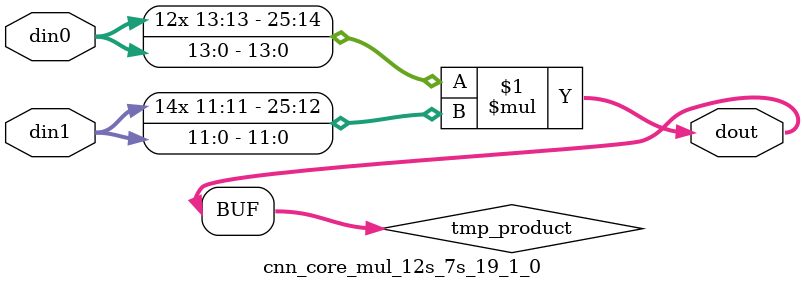
<source format=v>

`timescale 1 ns / 1 ps

  module cnn_core_mul_12s_7s_19_1_0(din0, din1, dout);
parameter ID = 1;
parameter NUM_STAGE = 0;
parameter din0_WIDTH = 14;
parameter din1_WIDTH = 12;
parameter dout_WIDTH = 26;

input [din0_WIDTH - 1 : 0] din0; 
input [din1_WIDTH - 1 : 0] din1; 
output [dout_WIDTH - 1 : 0] dout;

wire signed [dout_WIDTH - 1 : 0] tmp_product;













assign tmp_product = $signed(din0) * $signed(din1);








assign dout = tmp_product;







endmodule

</source>
